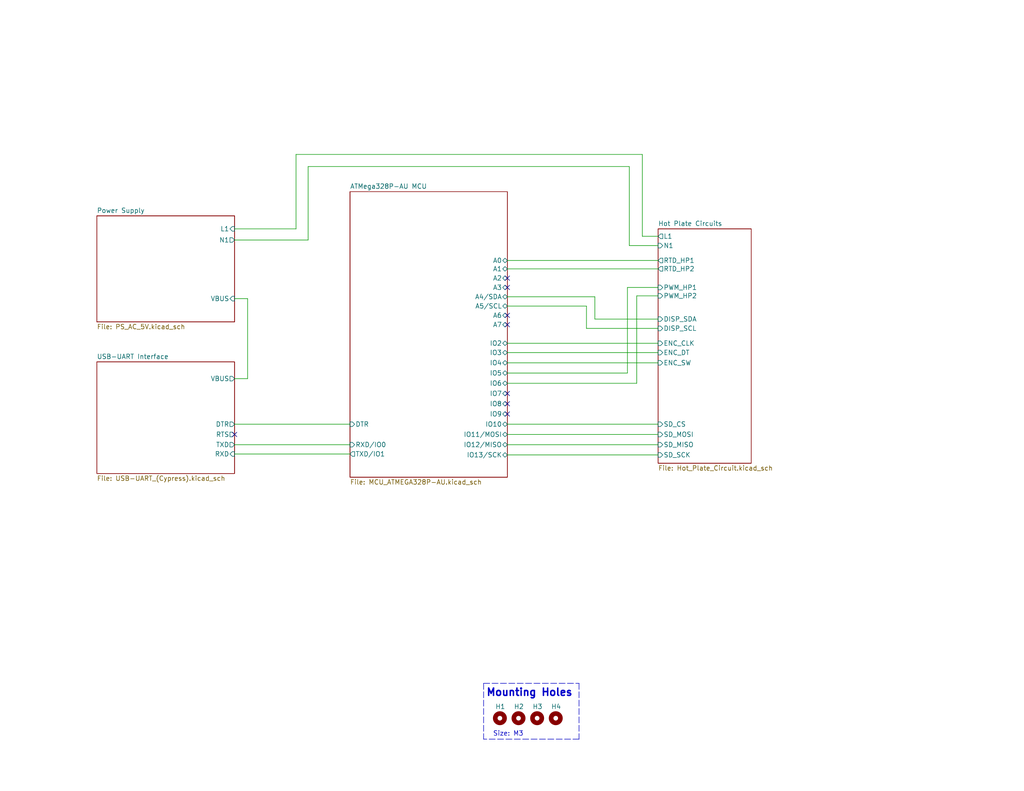
<source format=kicad_sch>
(kicad_sch (version 20211123) (generator eeschema)
  (paper "USLetter")
  (title_block (title "Reflow Hotplate") (date "2023-01-12") (rev "1.0"))
  (lib_symbols
    (symbol "Mechanical:MountingHole" (pin_names (offset 1.016))
      (property "Reference" "H" (at 0 5.08 0))
      (property "Value" "MountingHole" (at 0 3.175 0))
      (symbol "MountingHole_0_1"
        (circle (center 0 0) (radius 1.27) (stroke (width 1.27)))
      )
    )
  )
  (no_connect (at 138.43 75.946))
  (no_connect (at 138.43 78.486))
  (no_connect (at 138.43 88.646))
  (no_connect (at 138.43 110.236))
  (no_connect (at 138.43 107.442))
  (no_connect (at 138.43 113.03))
  (no_connect (at 138.43 86.106))
  (no_connect (at 64.008 118.618))
  (wire (pts (xy 175.26 42.164) (xy 80.772 42.164)))
  (polyline (pts (xy 157.988 201.803) (xy 131.953 201.803)))
  (wire (pts (xy 175.26 42.164) (xy 175.26 64.516)))
  (wire (pts (xy 171.704 45.466) (xy 84.074 45.466)))
  (wire (pts (xy 173.736 80.772) (xy 173.736 104.648)))
  (wire (pts (xy 162.306 81.026) (xy 162.306 87.122)))
  (wire (pts (xy 138.43 115.824) (xy 179.578 115.824)))
  (wire (pts (xy 64.008 103.378) (xy 67.564 103.378)))
  (wire (pts (xy 171.196 78.486) (xy 171.196 101.854)))
  (wire (pts (xy 179.578 67.056) (xy 171.704 67.056)))
  (wire (pts (xy 171.704 45.466) (xy 171.704 67.056)))
  (wire (pts (xy 64.008 123.952) (xy 95.504 123.952)))
  (wire (pts (xy 138.43 71.12) (xy 179.578 71.12)))
  (wire (pts (xy 80.772 62.484) (xy 64.008 62.484)))
  (wire (pts (xy 160.02 89.662) (xy 179.578 89.662)))
  (wire (pts (xy 138.43 73.406) (xy 179.578 73.406)))
  (wire (pts (xy 67.564 103.378) (xy 67.564 81.534)))
  (wire (pts (xy 138.43 104.648) (xy 173.736 104.648)))
  (polyline (pts (xy 131.953 186.563) (xy 131.953 201.803)))
  (wire (pts (xy 162.306 87.122) (xy 179.578 87.122)))
  (wire (pts (xy 80.772 42.164) (xy 80.772 62.484)))
  (polyline (pts (xy 157.988 186.563) (xy 157.988 201.803)))
  (wire (pts (xy 64.008 121.412) (xy 95.504 121.412)))
  (wire (pts (xy 179.578 80.772) (xy 173.736 80.772)))
  (wire (pts (xy 64.008 115.824) (xy 95.504 115.824)))
  (wire (pts (xy 138.43 124.206) (xy 179.578 124.206)))
  (wire (pts (xy 138.43 121.412) (xy 179.578 121.412)))
  (wire (pts (xy 138.43 83.566) (xy 160.02 83.566)))
  (wire (pts (xy 138.43 93.726) (xy 179.578 93.726)))
  (wire (pts (xy 179.578 78.486) (xy 171.196 78.486)))
  (polyline (pts (xy 131.953 186.563) (xy 157.988 186.563)))
  (wire (pts (xy 84.074 65.532) (xy 64.008 65.532)))
  (wire (pts (xy 138.43 96.266) (xy 179.578 96.266)))
  (wire (pts (xy 179.578 64.516) (xy 175.26 64.516)))
  (wire (pts (xy 138.43 99.06) (xy 179.578 99.06)))
  (wire (pts (xy 84.074 45.466) (xy 84.074 65.532)))
  (wire (pts (xy 160.02 83.566) (xy 160.02 89.662)))
  (wire (pts (xy 67.564 81.534) (xy 64.008 81.534)))
  (wire (pts (xy 138.43 118.618) (xy 179.578 118.618)))
  (wire (pts (xy 138.43 101.854) (xy 171.196 101.854)))
  (wire (pts (xy 138.43 81.026) (xy 162.306 81.026)))
  (text "Mounting Holes\n" (at 132.588 190.373 0) (effects (font (size 2 2) (thickness 0.4) bold) (justify left bottom)))
  (text "Size: M3" (at 134.493 201.168 0) (effects (font (size 1.27 1.27)) (justify left bottom)))
  (symbol (lib_id "Mechanical:MountingHole") (at 141.478 196.088 0) (unit 1)
    (property "Reference" "H2" (at 140.208 192.913 0) (effects (justify left)))
    (property "Value" "MountingHole" (effects hide))
    (property "Footprint" "MountingHole:MountingHole_3.2mm_M3" (effects hide))
  )
  (symbol (lib_id "Mechanical:MountingHole") (at 136.398 196.088 0) (unit 1)
    (property "Reference" "H1" (at 135.128 192.913 0) (effects (justify left)))
    (property "Value" "MountingHole" (effects hide))
    (property "Footprint" "MountingHole:MountingHole_3.2mm_M3" (effects hide))
  )
  (symbol (lib_id "Mechanical:MountingHole") (at 146.558 196.088 0) (unit 1)
    (property "Reference" "H3" (at 145.288 192.913 0) (effects (justify left)))
    (property "Value" "MountingHole" (effects hide))
    (property "Footprint" "MountingHole:MountingHole_3.2mm_M3" (effects hide))
  )
  (symbol (lib_id "Mechanical:MountingHole") (at 151.638 196.088 0) (unit 1)
    (property "Reference" "H4" (at 150.368 192.913 0) (effects (justify left)))
    (property "Value" "MountingHole" (effects hide))
    (property "Footprint" "MountingHole:MountingHole_3.2mm_M3" (effects hide))
  )
  (sheet (at 95.504 52.324) (size 42.926 77.978) (stroke (width 0.1524))
    (property "Sheet name" "ATMega328P-AU MCU" (at 95.504 51.6124 0) (effects (justify left bottom)))
    (property "Sheet file" "MCU_ATMEGA328P-AU.kicad_sch" (at 95.504 130.8866 0) (effects (justify left top)))
    (pin "A7" bidirectional (at 138.43 88.646 0))
    (pin "A6" bidirectional (at 138.43 86.106 0))
    (pin "IO12{slash}MISO" bidirectional (at 138.43 121.412 0))
    (pin "IO11{slash}MOSI" bidirectional (at 138.43 118.618 0))
    (pin "IO10" bidirectional (at 138.43 115.824 0))
    (pin "IO8" bidirectional (at 138.43 110.236 0))
    (pin "IO9" bidirectional (at 138.43 113.03 0))
    (pin "A2" bidirectional (at 138.43 75.946 0))
    (pin "A3" bidirectional (at 138.43 78.486 0))
    (pin "A4{slash}SDA" bidirectional (at 138.43 81.026 0))
    (pin "A5{slash}SCL" bidirectional (at 138.43 83.566 0))
    (pin "A1" bidirectional (at 138.43 73.406 0))
    (pin "IO2" bidirectional (at 138.43 93.726 0))
    (pin "IO3" bidirectional (at 138.43 96.266 0))
    (pin "A0" bidirectional (at 138.43 71.12 0))
    (pin "IO5" bidirectional (at 138.43 101.854 0))
    (pin "IO6" bidirectional (at 138.43 104.648 0))
    (pin "IO7" bidirectional (at 138.43 107.442 0))
    (pin "IO4" bidirectional (at 138.43 99.06 0))
    (pin "IO13{slash}SCK" bidirectional (at 138.43 124.206 0))
    (pin "DTR" input (at 95.504 115.824 180))
    (pin "RXD{slash}IO0" input (at 95.504 121.412 180))
    (pin "TXD{slash}IO1" output (at 95.504 123.952 180))
  )
  (sheet (at 179.578 62.484) (size 25.4 64.008) (stroke (width 0.1524))
    (property "Sheet name" "Hot Plate Circuits" (at 179.578 61.7724 0) (effects (justify left bottom)))
    (property "Sheet file" "Hot_Plate_Circuit.kicad_sch" (at 179.578 127.0766 0) (effects (justify left top)))
    (pin "PWM_HP2" input (at 179.578 80.772 180))
    (pin "RTD_HP1" output (at 179.578 71.12 180))
    (pin "RTD_HP2" output (at 179.578 73.406 180))
    (pin "PWM_HP1" input (at 179.578 78.486 180))
    (pin "N1" input (at 179.578 67.056 180))
    (pin "L1" output (at 179.578 64.516 180))
    (pin "DISP_SCL" input (at 179.578 89.662 180))
    (pin "DISP_SDA" input (at 179.578 87.122 180))
    (pin "ENC_CLK" input (at 179.578 93.726 180))
    (pin "ENC_DT" input (at 179.578 96.266 180))
    (pin "ENC_SW" input (at 179.578 99.06 180))
    (pin "SD_CS" input (at 179.578 115.824 180))
    (pin "SD_SCK" input (at 179.578 124.206 180))
    (pin "SD_MOSI" input (at 179.578 118.618 180))
    (pin "SD_MISO" input (at 179.578 121.412 180))
  )
  (sheet (at 26.416 98.806) (size 37.592 30.48) (stroke (width 0.1524))
    (property "Sheet name" "USB-UART Interface" (at 26.416 98.0944 0) (effects (justify left bottom)))
    (property "Sheet file" "USB-UART_(Cypress).kicad_sch" (at 26.416 129.8706 0) (effects (justify left top)))
    (pin "DTR" output (at 64.008 115.824 0))
    (pin "RTS" output (at 64.008 118.618 0))
    (pin "TXD" output (at 64.008 121.412 0))
    (pin "RXD" input (at 64.008 123.952 0))
    (pin "VBUS" output (at 64.008 103.378 0))
  )
  (sheet (at 26.416 58.928) (size 37.592 28.956) (stroke (width 0.1524))
    (property "Sheet name" "Power Supply" (at 26.416 58.2164 0) (effects (justify left bottom)))
    (property "Sheet file" "PS_AC_5V.kicad_sch" (at 26.416 88.4686 0) (effects (justify left top)))
    (pin "VBUS" input (at 64.008 81.534 0))
    (pin "L1" input (at 64.008 62.484 0))
    (pin "N1" output (at 64.008 65.532 0))
  )
)
</source>
